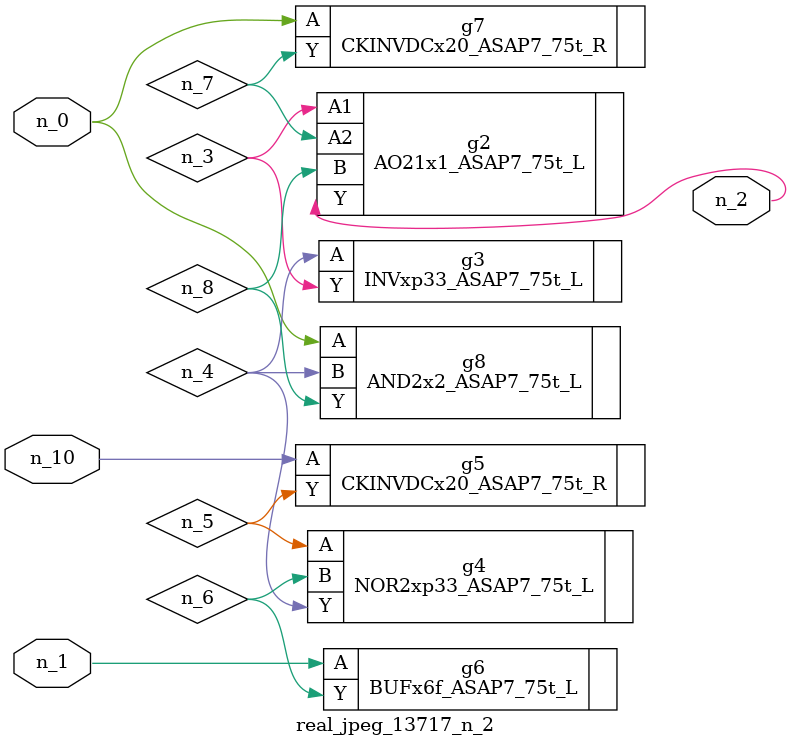
<source format=v>
module real_jpeg_13717_n_2 (n_1, n_10, n_0, n_2);

input n_1;
input n_10;
input n_0;

output n_2;

wire n_5;
wire n_4;
wire n_8;
wire n_6;
wire n_7;
wire n_3;

CKINVDCx20_ASAP7_75t_R g7 ( 
.A(n_0),
.Y(n_7)
);

AND2x2_ASAP7_75t_L g8 ( 
.A(n_0),
.B(n_4),
.Y(n_8)
);

BUFx6f_ASAP7_75t_L g6 ( 
.A(n_1),
.Y(n_6)
);

AO21x1_ASAP7_75t_L g2 ( 
.A1(n_3),
.A2(n_7),
.B(n_8),
.Y(n_2)
);

INVxp33_ASAP7_75t_L g3 ( 
.A(n_4),
.Y(n_3)
);

NOR2xp33_ASAP7_75t_L g4 ( 
.A(n_5),
.B(n_6),
.Y(n_4)
);

CKINVDCx20_ASAP7_75t_R g5 ( 
.A(n_10),
.Y(n_5)
);


endmodule
</source>
